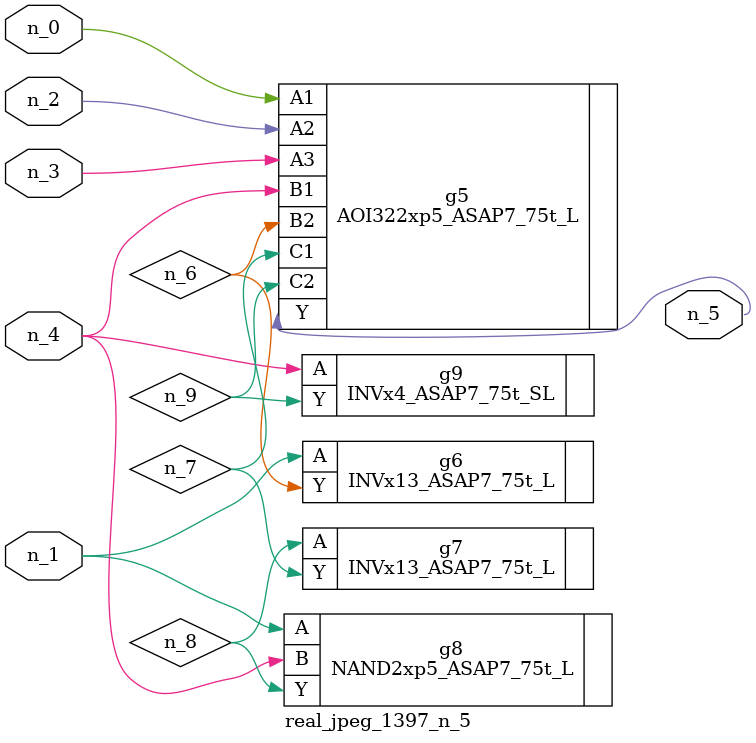
<source format=v>
module real_jpeg_1397_n_5 (n_4, n_0, n_1, n_2, n_3, n_5);

input n_4;
input n_0;
input n_1;
input n_2;
input n_3;

output n_5;

wire n_8;
wire n_6;
wire n_7;
wire n_9;

AOI322xp5_ASAP7_75t_L g5 ( 
.A1(n_0),
.A2(n_2),
.A3(n_3),
.B1(n_4),
.B2(n_6),
.C1(n_7),
.C2(n_9),
.Y(n_5)
);

INVx13_ASAP7_75t_L g6 ( 
.A(n_1),
.Y(n_6)
);

NAND2xp5_ASAP7_75t_L g8 ( 
.A(n_1),
.B(n_4),
.Y(n_8)
);

INVx4_ASAP7_75t_SL g9 ( 
.A(n_4),
.Y(n_9)
);

INVx13_ASAP7_75t_L g7 ( 
.A(n_8),
.Y(n_7)
);


endmodule
</source>
